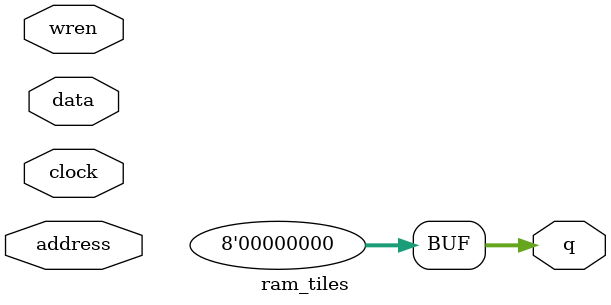
<source format=v>
module ram_tiles(	// file.cleaned.mlir:2:3
  input  [12:0] address,	// file.cleaned.mlir:2:27
  input         clock,	// file.cleaned.mlir:2:46
  input  [7:0]  data,	// file.cleaned.mlir:2:62
  input         wren,	// file.cleaned.mlir:2:77
  output [7:0]  q	// file.cleaned.mlir:2:93
);

  assign q = 8'h0;	// file.cleaned.mlir:3:14, :4:5
endmodule


</source>
